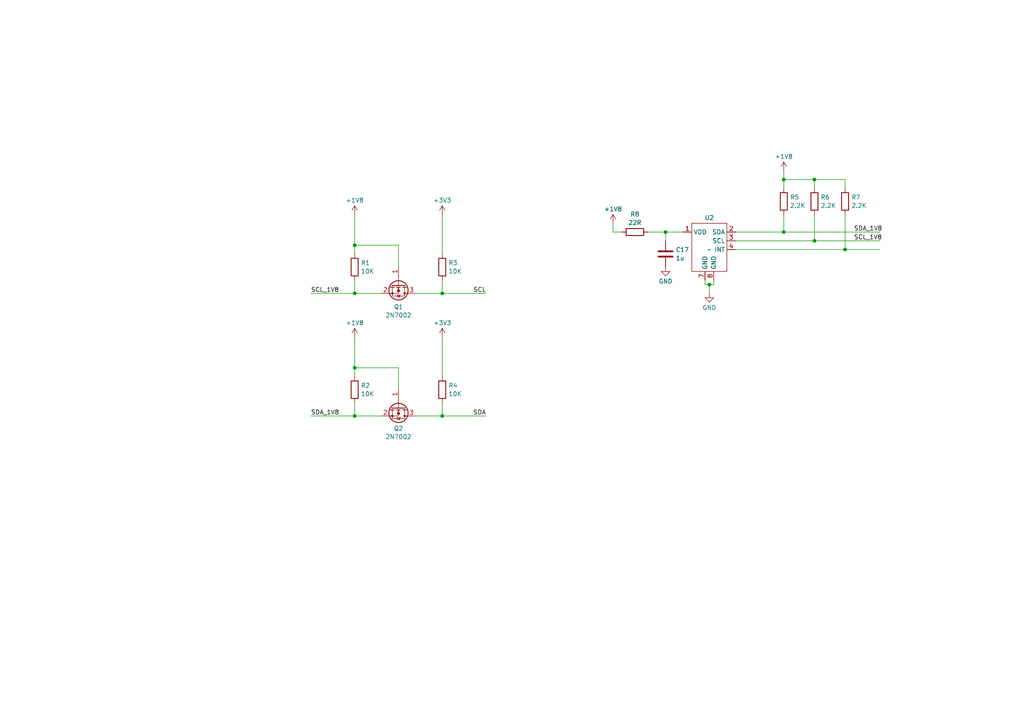
<source format=kicad_sch>
(kicad_sch (version 20230121) (generator eeschema)
  (paper "A4")
  (lib_symbols
    (symbol "Device:C" (pin_numbers hide) (pin_names (offset 0.254))
      (property "Reference" "C" (at 0.635 2.54 0))
      (property "Value" "C" (at 0.635 -2.54 0))
      (symbol "C_0_1"
        (polyline (pts (xy -2.032 -0.762) (xy 2.032 -0.762)) (stroke (width 0.508)))
        (polyline (pts (xy -2.032 0.762) (xy 2.032 0.762)) (stroke (width 0.508)))
      )
      (symbol "C_1_1"
        (pin passive line (at 0 3.81 270) (length 2.794) (name "~") (number "1"))
        (pin passive line (at 0 -3.81 90) (length 2.794) (name "~") (number "2"))
      )
    )
    (symbol "Device:R" (pin_numbers hide) (pin_names (offset 0))
      (property "Reference" "R" (at 2.032 0 90))
      (property "Value" "R" (at 0 0 90))
      (symbol "R_0_1"
        (rectangle (start -1.016 -2.54) (end 1.016 2.54) (stroke (width 0.254)))
      )
      (symbol "R_1_1"
        (pin passive line (at 0 3.81 270) (length 1.27) (name "~") (number "1"))
        (pin passive line (at 0 -3.81 90) (length 1.27) (name "~") (number "2"))
      )
    )
    (symbol "TCS3430:TCS3430"
      (property "Reference" "U" (at 0 6.35 0))
      (symbol "TCS3430_0_1"
        (rectangle (start -5.08 5.08) (end 5.08 -8.89))
      )
      (symbol "TCS3430_1_1"
        (pin power_in line (at -7.62 2.54 0) (length 2.54) (name "VDD") (number "1"))
        (pin input line (at 7.62 2.54 180) (length 2.54) (name "SDA") (number "2"))
        (pin input line (at 7.62 0 180) (length 2.54) (name "SCL") (number "3"))
        (pin output line (at 7.62 -2.54 180) (length 2.54) (name "INT") (number "4"))
        (pin no_connect line (at -7.62 0 0) (length 2.54) hide (name "N/C") (number "5"))
        (pin no_connect line (at -7.62 -2.54 0) (length 2.54) hide (name "N/C") (number "6"))
        (pin power_in line (at -1.27 -11.43 90) (length 2.54) (name "GND") (number "7"))
        (pin power_in line (at 1.27 -11.43 90) (length 2.54) (name "GND") (number "8"))
      )
    )
    (symbol "Transistor_FET:2N7002" (pin_names hide)
      (property "Reference" "Q" (at 5.08 1.905 0))
      (property "Value" "2N7002" (at 5.08 0 0))
      (symbol "2N7002_0_1"
        (polyline (pts (xy 0.254 0) (xy -2.54 0)))
        (polyline (pts (xy 0.254 1.905) (xy 0.254 -1.905)) (stroke (width 0.254)))
        (polyline (pts (xy 0.762 -1.27) (xy 0.762 -2.286)) (stroke (width 0.254)))
        (polyline (pts (xy 0.762 0.508) (xy 0.762 -0.508)) (stroke (width 0.254)))
        (polyline (pts (xy 0.762 2.286) (xy 0.762 1.27)) (stroke (width 0.254)))
        (polyline (pts (xy 2.54 2.54) (xy 2.54 1.778)))
        (polyline (pts (xy 2.54 -2.54) (xy 2.54 0) (xy 0.762 0)))
        (polyline (pts (xy 0.762 -1.778) (xy 3.302 -1.778) (xy 3.302 1.778) (xy 0.762 1.778)))
        (polyline (pts (xy 1.016 0) (xy 2.032 0.381) (xy 2.032 -0.381) (xy 1.016 0)) (fill (type outline)))
        (polyline (pts (xy 2.794 0.508) (xy 2.921 0.381) (xy 3.683 0.381) (xy 3.81 0.254)))
        (polyline (pts (xy 3.302 0.381) (xy 2.921 -0.254) (xy 3.683 -0.254) (xy 3.302 0.381)))
        (circle (center 1.651 0) (radius 2.794) (stroke (width 0.254)))
        (circle (center 2.54 -1.778) (radius 0.254) (fill (type outline)))
        (circle (center 2.54 1.778) (radius 0.254) (fill (type outline)))
      )
      (symbol "2N7002_1_1"
        (pin input line (at -5.08 0 0) (length 2.54) (name "G") (number "1"))
        (pin passive line (at 2.54 -5.08 90) (length 2.54) (name "S") (number "2"))
        (pin passive line (at 2.54 5.08 270) (length 2.54) (name "D") (number "3"))
      )
    )
    (symbol "power:+1V8" (power) (pin_names (offset 0))
      (property "Value" "+1V8" (at 0 3.556 0))
      (symbol "+1V8_0_1"
        (polyline (pts (xy -0.762 1.27) (xy 0 2.54)))
        (polyline (pts (xy 0 0) (xy 0 2.54)))
        (polyline (pts (xy 0 2.54) (xy 0.762 1.27)))
      )
      (symbol "+1V8_1_1"
        (pin power_in line (at 0 0 90) (length 0) hide (name "+1V8") (number "1"))
      )
    )
    (symbol "power:+3V3" (power) (pin_names (offset 0))
      (property "Value" "+3V3" (at 0 3.556 0))
      (symbol "+3V3_0_1"
        (polyline (pts (xy -0.762 1.27) (xy 0 2.54)))
        (polyline (pts (xy 0 0) (xy 0 2.54)))
        (polyline (pts (xy 0 2.54) (xy 0.762 1.27)))
      )
      (symbol "+3V3_1_1"
        (pin power_in line (at 0 0 90) (length 0) hide (name "+3V3") (number "1"))
      )
    )
    (symbol "power:GND" (power) (pin_names (offset 0))
      (property "Value" "GND" (at 0 -3.81 0))
      (symbol "GND_0_1"
        (polyline (pts (xy 0 0) (xy 0 -1.27) (xy 1.27 -1.27) (xy 0 -2.54) (xy -1.27 -1.27) (xy 0 -1.27)))
      )
      (symbol "GND_1_1"
        (pin power_in line (at 0 0 270) (length 0) hide (name "GND") (number "1"))
      )
    )
  )
  (junction (at 102.87 85.09))
  (junction (at 245.11 72.39))
  (junction (at 128.27 120.65))
  (junction (at 236.22 69.85))
  (junction (at 236.22 52.07))
  (junction (at 102.87 120.65))
  (junction (at 193.04 67.31))
  (junction (at 227.33 52.07))
  (junction (at 128.27 85.09))
  (junction (at 102.87 71.12))
  (junction (at 102.87 106.68))
  (junction (at 227.33 67.31))
  (junction (at 205.74 82.55))
  (wire (pts (xy 245.11 62.23) (xy 245.11 72.39)))
  (wire (pts (xy 245.11 72.39) (xy 255.27 72.39)))
  (wire (pts (xy 204.47 81.28) (xy 204.47 82.55)))
  (wire (pts (xy 177.8 67.31) (xy 180.34 67.31)))
  (wire (pts (xy 102.87 71.12) (xy 115.57 71.12)))
  (wire (pts (xy 102.87 81.28) (xy 102.87 85.09)))
  (wire (pts (xy 213.36 67.31) (xy 227.33 67.31)))
  (wire (pts (xy 245.11 52.07) (xy 236.22 52.07)))
  (wire (pts (xy 102.87 62.23) (xy 102.87 71.12)))
  (wire (pts (xy 115.57 71.12) (xy 115.57 77.47)))
  (wire (pts (xy 213.36 72.39) (xy 245.11 72.39)))
  (wire (pts (xy 128.27 120.65) (xy 140.97 120.65)))
  (wire (pts (xy 205.74 82.55) (xy 205.74 85.09)))
  (wire (pts (xy 227.33 54.61) (xy 227.33 52.07)))
  (wire (pts (xy 90.17 120.65) (xy 102.87 120.65)))
  (wire (pts (xy 205.74 82.55) (xy 207.01 82.55)))
  (wire (pts (xy 110.49 120.65) (xy 102.87 120.65)))
  (wire (pts (xy 110.49 85.09) (xy 102.87 85.09)))
  (wire (pts (xy 193.04 67.31) (xy 193.04 69.85)))
  (wire (pts (xy 187.96 67.31) (xy 193.04 67.31)))
  (wire (pts (xy 128.27 120.65) (xy 120.65 120.65)))
  (wire (pts (xy 177.8 64.77) (xy 177.8 67.31)))
  (wire (pts (xy 128.27 85.09) (xy 140.97 85.09)))
  (wire (pts (xy 227.33 62.23) (xy 227.33 67.31)))
  (wire (pts (xy 207.01 82.55) (xy 207.01 81.28)))
  (wire (pts (xy 236.22 69.85) (xy 255.27 69.85)))
  (wire (pts (xy 102.87 71.12) (xy 102.87 73.66)))
  (wire (pts (xy 227.33 52.07) (xy 236.22 52.07)))
  (wire (pts (xy 213.36 69.85) (xy 236.22 69.85)))
  (wire (pts (xy 227.33 52.07) (xy 227.33 49.53)))
  (wire (pts (xy 128.27 85.09) (xy 120.65 85.09)))
  (wire (pts (xy 102.87 106.68) (xy 102.87 109.22)))
  (wire (pts (xy 115.57 106.68) (xy 115.57 113.03)))
  (wire (pts (xy 193.04 67.31) (xy 198.12 67.31)))
  (wire (pts (xy 236.22 52.07) (xy 236.22 54.61)))
  (wire (pts (xy 227.33 67.31) (xy 255.27 67.31)))
  (wire (pts (xy 128.27 62.23) (xy 128.27 73.66)))
  (wire (pts (xy 102.87 97.79) (xy 102.87 106.68)))
  (wire (pts (xy 128.27 116.84) (xy 128.27 120.65)))
  (wire (pts (xy 128.27 81.28) (xy 128.27 85.09)))
  (wire (pts (xy 245.11 54.61) (xy 245.11 52.07)))
  (wire (pts (xy 90.17 85.09) (xy 102.87 85.09)))
  (wire (pts (xy 102.87 116.84) (xy 102.87 120.65)))
  (wire (pts (xy 236.22 62.23) (xy 236.22 69.85)))
  (wire (pts (xy 128.27 97.79) (xy 128.27 109.22)))
  (wire (pts (xy 204.47 82.55) (xy 205.74 82.55)))
  (wire (pts (xy 102.87 106.68) (xy 115.57 106.68)))
  (label "SDA" (at 140.97 120.65 180))
  (label "SCL" (at 140.97 85.09 180))
  (label "SCL_1V8" (at 247.65 69.85 0))
  (label "SDA_1V8" (at 90.17 120.65 0))
  (label "SDA_1V8" (at 247.65 67.31 0))
  (label "SCL_1V8" (at 90.17 85.09 0))
  (symbol (lib_id "power:+3V3") (at 128.27 97.79 0) (unit 1)
    (property "Reference" "#PWR027" (effects hide))
    (property "Value" "+3V3" (at 128.27 93.6569 0))
  )
  (symbol (lib_id "TCS3430:TCS3430") (at 205.74 69.85 0) (unit 1)
    (property "Reference" "U2" (at 205.74 63.1769 0))
    (property "Value" "~" (at 205.74 72.39 0))
  )
  (symbol (lib_id "power:GND") (at 193.04 77.47 0) (unit 1)
    (property "Reference" "#PWR031" (effects hide))
    (property "Value" "GND" (at 193.04 81.6031 0))
  )
  (symbol (lib_id "Device:C") (at 193.04 73.66 0) (unit 1)
    (property "Reference" "C17" (at 195.961 72.4479 0) (effects (justify left)))
    (property "Value" "1u" (at 195.961 74.8721 0) (effects (justify left)))
  )
  (symbol (lib_id "power:+3V3") (at 128.27 62.23 0) (unit 1)
    (property "Reference" "#PWR025" (effects hide))
    (property "Value" "+3V3" (at 128.27 58.0969 0))
  )
  (symbol (lib_id "power:GND") (at 205.74 85.09 0) (unit 1)
    (property "Reference" "#PWR029" (effects hide))
    (property "Value" "GND" (at 205.74 89.2231 0))
  )
  (symbol (lib_id "power:+1V8") (at 102.87 97.79 0) (unit 1)
    (property "Reference" "#PWR026" (effects hide))
    (property "Value" "+1V8" (at 102.87 93.6569 0))
  )
  (symbol (lib_id "Transistor_FET:2N7002") (at 115.57 82.55 270) (unit 1)
    (property "Reference" "Q1" (at 115.57 89.0158 90))
    (property "Value" "2N7002" (at 115.57 91.44 90))
    (property "Footprint" "Package_TO_SOT_SMD:SOT-23" (effects hide))
    (property "Datasheet" "https://www.onsemi.com/pub/Collateral/NDS7002A-D.PDF" (effects hide))
  )
  (symbol (lib_id "power:+1V8") (at 102.87 62.23 0) (unit 1)
    (property "Reference" "#PWR024" (effects hide))
    (property "Value" "+1V8" (at 102.87 58.0969 0))
  )
  (symbol (lib_id "Device:R") (at 102.87 113.03 0) (unit 1)
    (property "Reference" "R2" (at 104.648 111.8179 0) (effects (justify left)))
    (property "Value" "10K" (at 104.648 114.2421 0) (effects (justify left)))
  )
  (symbol (lib_id "Device:R") (at 236.22 58.42 0) (unit 1)
    (property "Reference" "R6" (at 237.998 57.2079 0) (effects (justify left)))
    (property "Value" "2.2K" (at 237.998 59.6321 0) (effects (justify left)))
  )
  (symbol (lib_id "Device:R") (at 184.15 67.31 90) (unit 1)
    (property "Reference" "R8" (at 184.15 62.1497 90))
    (property "Value" "22R" (at 184.15 64.5739 90))
  )
  (symbol (lib_id "Device:R") (at 245.11 58.42 0) (unit 1)
    (property "Reference" "R7" (at 246.888 57.2079 0) (effects (justify left)))
    (property "Value" "2.2K" (at 246.888 59.6321 0) (effects (justify left)))
  )
  (symbol (lib_id "Device:R") (at 128.27 77.47 0) (unit 1)
    (property "Reference" "R3" (at 130.048 76.2579 0) (effects (justify left)))
    (property "Value" "10K" (at 130.048 78.6821 0) (effects (justify left)))
  )
  (symbol (lib_id "power:+1V8") (at 177.8 64.77 0) (unit 1)
    (property "Reference" "#PWR028" (effects hide))
    (property "Value" "+1V8" (at 177.8 60.6369 0))
  )
  (symbol (lib_id "Device:R") (at 128.27 113.03 0) (unit 1)
    (property "Reference" "R4" (at 130.048 111.8179 0) (effects (justify left)))
    (property "Value" "10K" (at 130.048 114.2421 0) (effects (justify left)))
  )
  (symbol (lib_id "Device:R") (at 227.33 58.42 0) (unit 1)
    (property "Reference" "R5" (at 229.108 57.2079 0) (effects (justify left)))
    (property "Value" "2.2K" (at 229.108 59.6321 0) (effects (justify left)))
  )
  (symbol (lib_id "Device:R") (at 102.87 77.47 0) (unit 1)
    (property "Reference" "R1" (at 104.648 76.2579 0) (effects (justify left)))
    (property "Value" "10K" (at 104.648 78.6821 0) (effects (justify left)))
  )
  (symbol (lib_id "Transistor_FET:2N7002") (at 115.57 118.11 270) (unit 1)
    (property "Reference" "Q2" (at 115.57 124.2751 90))
    (property "Value" "2N7002" (at 115.57 126.6993 90))
    (property "Footprint" "Package_TO_SOT_SMD:SOT-23" (effects hide))
    (property "Datasheet" "https://www.onsemi.com/pub/Collateral/NDS7002A-D.PDF" (effects hide))
  )
  (symbol (lib_id "power:+1V8") (at 227.33 49.53 0) (unit 1)
    (property "Reference" "#PWR030" (effects hide))
    (property "Value" "+1V8" (at 227.33 45.3969 0))
  )
)
</source>
